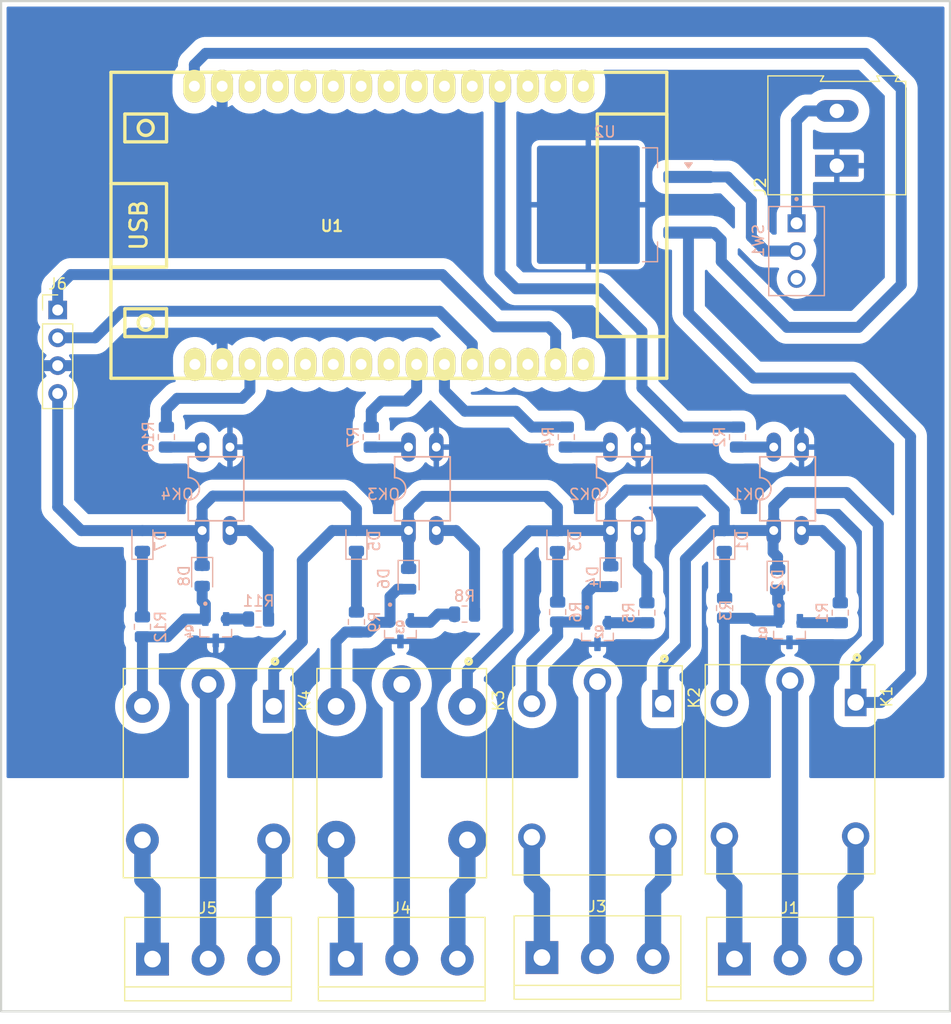
<source format=kicad_pcb>
(kicad_pcb (version 20241229) (generator "pcbnew") (generator_version "9.0")
  (layers (0 "F.Cu" signal) (2 "B.Cu" signal) (13 "F.Paste" user) (15 "B.Paste" user) (5 "F.SilkS" user "F.Silkscreen") (7 "B.SilkS" user "B.Silkscreen") (1 "F.Mask" user) (3 "B.Mask" user) (25 "Edge.Cuts" user))
  (net 0 "")
  (net 1 "+5V")
  (net 2 "COM")
  (net 3 "NO")
  (net 4 "NC")
  (net 5 "Net-(OK1-Pad1)")
  (net 6 "Net-(OK1-Pad3)")
  (net 7 "Net-(Q1-B)")
  (net 8 "Net-(D1-K)")
  (net 9 "GND")
  (net 10 "INPUT")
  (net 11 "Net-(D2-A)")
  (net 12 "Net-(D7-K)")
  (net 13 "Net-(D8-A)")
  (net 14 "Net-(SW1A-B)")
  (net 15 "Net-(J2-Pin_2)")
  (net 16 "Net-(D3-K)")
  (net 17 "Net-(D4-A)")
  (net 18 "Net-(OK2-Pad3)")
  (net 19 "Net-(OK2-Pad1)")
  (net 20 "Net-(Q2-B)")
  (net 21 "NC1")
  (net 22 "NO1")
  (net 23 "COM1")
  (net 24 "INPUT1")
  (net 25 "Net-(D5-K)")
  (net 26 "Net-(D6-A)")
  (net 27 "COM2")
  (net 28 "NC2")
  (net 29 "NO2")
  (net 30 "Net-(OK3-Pad1)")
  (net 31 "INPUT2")
  (net 32 "Net-(Q3-B)")
  (net 33 "Net-(OK3-Pad3)")
  (net 34 "NO3")
  (net 35 "NC3")
  (net 36 "COM3")
  (net 37 "Net-(OK4-Pad1)")
  (net 38 "INPUT3")
  (net 39 "Net-(OK4-Pad3)")
  (net 40 "Net-(Q4-B)")
  (net 41 "+3.3V")
  (net 62 "D22")
  (net 63 "D21")
  (footprint "Connector_PinHeader_2.54mm:PinHeader_1x04_P2.54mm_Vertical" (layer "F.Cu") (at 11.4 57.935)
    (property "Reference" "J6" (at 0 -2.38 0) (layer "F.SilkS"))
    (property "Value" "Conn_01x04")
    (pad "1" thru_hole rect (at 0 0) (size 1.7 1.7) (drill 1) (layers "*.Cu" "*.Mask") (net 62 "D22"))
    (pad "2" thru_hole circle (at 0 2.54) (size 1.7 1.7) (drill 1) (layers "*.Cu" "*.Mask") (net 63 "D21"))
    (pad "3" thru_hole circle (at 0 5.08) (size 1.7 1.7) (drill 1) (layers "*.Cu" "*.Mask") (net 9 "GND"))
    (pad "4" thru_hole circle (at 0 7.62) (size 1.7 1.7) (drill 1) (layers "*.Cu" "*.Mask") (net 1 "+5V"))
  )
  (footprint "TerminalBlock:TerminalBlock_bornier-3_P5.08mm" (layer "F.Cu") (at 37.765 117.2)
    (property "Reference" "J4" (at 5.05 -4.65 0) (layer "F.SilkS"))
    (property "Value" "Screw_Terminal_01x03")
    (pad "1" thru_hole rect (at 0 0) (size 3 3) (drill 1.52) (layers "*.Cu" "*.Mask") (net 29 "NO2"))
    (pad "2" thru_hole circle (at 5.08 0) (size 3 3) (drill 1.52) (layers "*.Cu" "*.Mask") (net 27 "COM2"))
    (pad "3" thru_hole circle (at 10.16 0) (size 3 3) (drill 1.52) (layers "*.Cu" "*.Mask") (net 28 "NC2"))
  )
  (footprint "SRD-05VDC-SL-C:RELAY_SRD-05VDC-SL-C" (layer "F.Cu") (at 60.735 99.97 -90)
    (property "Reference" "K2" (at -6.62563 -8.83584 90) (layer "F.SilkS") (effects (font (size 1.000094 1.000094))))
    (property "Value" "SRD-05VDC-SL-C")
    (pad "A1" thru_hole rect (at -6.1 -6 270) (size 2.5 1.98) (drill 1.5) (layers "*.Cu" "*.Mask") (net 1 "+5V"))
    (pad "A2" thru_hole circle (at -6.1 6 270) (size 2.5 2.5) (drill 1.5) (layers "*.Cu" "*.Mask") (net 17 "Net-(D4-A)"))
    (pad "COM" thru_hole circle (at -8.1 0 270) (size 2.5 2.5) (drill 1.5) (layers "*.Cu" "*.Mask") (net 23 "COM1"))
    (pad "NC" thru_hole circle (at 6.1 -6 270) (size 2.5 2.5) (drill 1.5) (layers "*.Cu" "*.Mask") (net 21 "NC1"))
    (pad "NO" thru_hole circle (at 6.1 6 270) (size 2.5 2.5) (drill 1.5) (layers "*.Cu" "*.Mask") (net 22 "NO1"))
  )
  (footprint "RELAY:RELAY_SRD-05VDC-SL-C" (layer "F.Cu") (at 42.845 100.2225 -90)
    (property "Reference" "K3" (at -6.62563 -8.83584 90) (layer "F.SilkS") (effects (font (size 1.000094 1.000094))))
    (property "Value" "SRD-05VDC-SL-C")
    (pad "A1" thru_hole circle (at -6.1 -6 270) (size 3.5 3.5) (drill 1.52) (layers "*.Cu" "*.Mask") (net 1 "+5V"))
    (pad "A2" thru_hole circle (at -6.1 6 270) (size 3.5 3.5) (drill 1.52) (layers "*.Cu" "*.Mask") (net 26 "Net-(D6-A)"))
    (pad "COM" thru_hole circle (at -8.1 0 270) (size 3.5 3.5) (drill 1.52) (layers "*.Cu" "*.Mask") (net 27 "COM2"))
    (pad "NC" thru_hole circle (at 6.1 -6 270) (size 3.5 3.5) (drill 1.52) (layers "*.Cu" "*.Mask") (net 28 "NC2"))
    (pad "NO" thru_hole circle (at 6.1 6 270) (size 3.5 3.5) (drill 1.52) (layers "*.Cu" "*.Mask") (net 29 "NO2"))
  )
  (footprint "SRD-05VDC-SL-C:RELAY_SRD-05VDC-SL-C" (layer "F.Cu") (at 78.335 99.86875 -90)
    (property "Reference" "K1" (at -6.62563 -8.83584 90) (layer "F.SilkS") (effects (font (size 1.000094 1.000094))))
    (property "Value" "SRD-05VDC-SL-C")
    (pad "A1" thru_hole rect (at -6.1 -6 270) (size 2.5 1.98) (drill 1.5) (layers "*.Cu" "*.Mask") (net 1 "+5V"))
    (pad "A2" thru_hole circle (at -6.1 6 270) (size 2.5 2.5) (drill 1.5) (layers "*.Cu" "*.Mask") (net 11 "Net-(D2-A)"))
    (pad "COM" thru_hole circle (at -8.1 0 270) (size 2.5 2.5) (drill 1.5) (layers "*.Cu" "*.Mask") (net 2 "COM"))
    (pad "NC" thru_hole circle (at 6.1 -6 270) (size 2.5 2.5) (drill 1.5) (layers "*.Cu" "*.Mask") (net 4 "NC"))
    (pad "NO" thru_hole circle (at 6.1 6 270) (size 2.5 2.5) (drill 1.5) (layers "*.Cu" "*.Mask") (net 3 "NO"))
  )
  (footprint "TerminalBlock:TerminalBlock_bornier-3_P5.08mm" (layer "F.Cu") (at 20.065 117.2)
    (property "Reference" "J5" (at 5.05 -4.65 0) (layer "F.SilkS"))
    (property "Value" "Screw_Terminal_01x03")
    (pad "1" thru_hole rect (at 0 0) (size 3 3) (drill 1.52) (layers "*.Cu" "*.Mask") (net 34 "NO3"))
    (pad "2" thru_hole circle (at 5.08 0) (size 3 3) (drill 1.52) (layers "*.Cu" "*.Mask") (net 36 "COM3"))
    (pad "3" thru_hole circle (at 10.16 0) (size 3 3) (drill 1.52) (layers "*.Cu" "*.Mask") (net 35 "NC3"))
  )
  (footprint "EESTN5:ESP32_DevKit_V1_CH9102X" (layer "F.Cu") (at 42.94 50.2 180)
    (property "Reference" "U1" (at 6.477 -0.0635 0) (layer "F.SilkS") (effects (font (size 1.016 1.016) (thickness 0.2032))))
    (property "Value" "~" (hide yes))
    (fp_text user "USB" (at 24.13 0 90) (layer "F.SilkS") (effects (font (size 1.524 1.524) (thickness 0.254))))
    (pad "1" thru_hole oval (at -16.51 12.7 180) (size 2 3) (drill 1) (layers "*.Cu" "*.Mask" "F.SilkS"))
    (pad "2" thru_hole oval (at -13.97 12.7 180) (size 2 3) (drill 1) (layers "*.Cu" "*.Mask" "F.SilkS"))
    (pad "3" thru_hole oval (at -11.43 12.7 180) (size 2 3) (drill 1) (layers "*.Cu" "*.Mask" "F.SilkS"))
    (pad "4" thru_hole oval (at -8.89 12.7 180) (size 2 3) (drill 1) (layers "*.Cu" "*.Mask" "F.SilkS") (net 10 "INPUT"))
    (pad "5" thru_hole oval (at -6.35 12.7 180) (size 2 3) (drill 1) (layers "*.Cu" "*.Mask" "F.SilkS"))
    (pad "6" thru_hole oval (at -3.81 12.7 180) (size 2 3) (drill 1) (layers "*.Cu" "*.Mask" "F.SilkS"))
    (pad "7" thru_hole oval (at -1.27 12.7 180) (size 2 3) (drill 1) (layers "*.Cu" "*.Mask" "F.SilkS"))
    (pad "8" thru_hole oval (at 1.27 12.7 180) (size 2 3) (drill 1) (layers "*.Cu" "*.Mask" "F.SilkS"))
    (pad "9" thru_hole oval (at 3.81 12.7 180) (size 2 3) (drill 1) (layers "*.Cu" "*.Mask" "F.SilkS"))
    (pad "10" thru_hole oval (at 6.35 12.7 180) (size 2 3) (drill 1) (layers "*.Cu" "*.Mask" "F.SilkS"))
    (pad "11" thru_hole oval (at 8.89 12.7 180) (size 2 3) (drill 1) (layers "*.Cu" "*.Mask" "F.SilkS"))
    (pad "12" thru_hole oval (at 11.43 12.7 180) (size 2 3) (drill 1) (layers "*.Cu" "*.Mask" "F.SilkS"))
    (pad "13" thru_hole oval (at 13.97 12.7 180) (size 2 3) (drill 1) (layers "*.Cu" "*.Mask" "F.SilkS"))
    (pad "14" thru_hole oval (at 16.51 12.7 180) (size 2 3) (drill 1) (layers "*.Cu" "*.Mask" "F.SilkS") (net 9 "GND"))
    (pad "15" thru_hole oval (at 19.05 12.7 180) (size 2 3) (drill 1) (layers "*.Cu" "*.Mask" "F.SilkS") (net 1 "+5V"))
    (pad "16" thru_hole oval (at -16.5 -12.7 180) (size 2 3) (drill 1) (layers "*.Cu" "*.Mask" "F.SilkS"))
    (pad "17" thru_hole oval (at -13.97 -12.7 180) (size 2 3) (drill 1) (layers "*.Cu" "*.Mask" "F.SilkS") (net 62 "D22"))
    (pad "18" thru_hole oval (at -11.43 -12.7 180) (size 2 3) (drill 1) (layers "*.Cu" "*.Mask" "F.SilkS"))
    (pad "19" thru_hole oval (at -8.89 -12.7 180) (size 2 3) (drill 1) (layers "*.Cu" "*.Mask" "F.SilkS"))
    (pad "20" thru_hole oval (at -6.35 -12.7 180) (size 2 3) (drill 1) (layers "*.Cu" "*.Mask" "F.SilkS") (net 63 "D21"))
    (pad "21" thru_hole oval (at -3.81 -12.7 180) (size 2 3) (drill 1) (layers "*.Cu" "*.Mask" "F.SilkS") (net 24 "INPUT1"))
    (pad "22" thru_hole oval (at -1.27 -12.7 180) (size 2 3) (drill 1) (layers "*.Cu" "*.Mask" "F.SilkS") (net 31 "INPUT2"))
    (pad "23" thru_hole oval (at 1.27 -12.7 180) (size 2 3) (drill 1) (layers "*.Cu" "*.Mask" "F.SilkS"))
    (pad "24" thru_hole oval (at 3.81 -12.7 180) (size 2 3) (drill 1) (layers "*.Cu" "*.Mask" "F.SilkS"))
    (pad "25" thru_hole oval (at 6.35 -12.7 180) (size 2 3) (drill 1) (layers "*.Cu" "*.Mask" "F.SilkS"))
    (pad "26" thru_hole oval (at 8.89 -12.7 180) (size 2 3) (drill 1) (layers "*.Cu" "*.Mask" "F.SilkS"))
    (pad "27" thru_hole oval (at 11.43 -12.7 180) (size 2 3) (drill 1) (layers "*.Cu" "*.Mask" "F.SilkS"))
    (pad "28" thru_hole oval (at 13.97 -12.7 180) (size 2 3) (drill 1) (layers "*.Cu" "*.Mask" "F.SilkS") (net 38 "INPUT3"))
    (pad "29" thru_hole oval (at 16.51 -12.7 180) (size 2 3) (drill 1) (layers "*.Cu" "*.Mask" "F.SilkS") (net 9 "GND"))
    (pad "30" thru_hole oval (at 19 -12.7 180) (size 2 3) (drill 1) (layers "*.Cu" "*.Mask" "F.SilkS") (net 41 "+3.3V"))
  )
  (footprint "TerminalBlock:TerminalBlock_bornier-3_P5.08mm" (layer "F.Cu") (at 73.255 117.19)
    (property "Reference" "J1" (at 5.05 -4.65 0) (layer "F.SilkS"))
    (property "Value" "Screw_Terminal_01x03")
    (pad "1" thru_hole rect (at 0 0) (size 3 3) (drill 1.52) (layers "*.Cu" "*.Mask") (net 3 "NO"))
    (pad "2" thru_hole circle (at 5.08 0) (size 3 3) (drill 1.52) (layers "*.Cu" "*.Mask") (net 2 "COM"))
    (pad "3" thru_hole circle (at 10.16 0) (size 3 3) (drill 1.52) (layers "*.Cu" "*.Mask") (net 4 "NC"))
  )
  (footprint "RELAY_SRD-05VDC-SL-C:RELAY_SRD-05VDC-SL-C" (layer "F.Cu") (at 25.145 100.2225 -90)
    (property "Reference" "K4" (at -6.62563 -8.83584 90) (layer "F.SilkS") (effects (font (size 1.000094 1.000094))))
    (property "Value" "SRD-05VDC-SL-C")
    (pad "A1" thru_hole rect (at -6.1 -6 270) (size 3 1.98) (drill 1.52) (layers "*.Cu" "*.Mask") (net 1 "+5V"))
    (pad "A2" thru_hole circle (at -6.1 6 270) (size 3 3) (drill 1.52) (layers "*.Cu" "*.Mask") (net 13 "Net-(D8-A)"))
    (pad "COM" thru_hole circle (at -8.1 0 270) (size 3 3) (drill 1.52) (layers "*.Cu" "*.Mask") (net 36 "COM3"))
    (pad "NC" thru_hole circle (at 6.1 -6 270) (size 3 3) (drill 1.52) (layers "*.Cu" "*.Mask") (net 35 "NC3"))
    (pad "NO" thru_hole circle (at 6.1 6 270) (size 3 3) (drill 1.52) (layers "*.Cu" "*.Mask") (net 34 "NO3"))
  )
  (footprint "TerminalBlock:TerminalBlock_bornier-3_P5.08mm" (layer "F.Cu") (at 55.655 117.06)
    (property "Reference" "J3" (at 5.05 -4.65 0) (layer "F.SilkS"))
    (property "Value" "Screw_Terminal_01x03")
    (pad "1" thru_hole rect (at 0 0) (size 3 3) (drill 1.52) (layers "*.Cu" "*.Mask") (net 22 "NO1"))
    (pad "2" thru_hole circle (at 5.08 0) (size 3 3) (drill 1.52) (layers "*.Cu" "*.Mask") (net 23 "COM1"))
    (pad "3" thru_hole circle (at 10.16 0) (size 3 3) (drill 1.52) (layers "*.Cu" "*.Mask") (net 21 "NC1"))
  )
  (footprint "TerminalBlock:TerminalBlock_Altech_AK300-2_P5.00mm" (layer "F.Cu") (at 82.61 44.76 90)
    (property "Reference" "J2" (at -1.92 -6.99 90) (layer "F.SilkS"))
    (property "Value" "ENTRADA")
    (pad "1" thru_hole rect (at 0 0 90) (size 1.98 3.96) (drill 1.32) (layers "*.Cu" "*.Mask") (net 9 "GND"))
    (pad "2" thru_hole oval (at 5 0 90) (size 1.98 3.96) (drill 1.32) (layers "*.Cu" "*.Mask") (net 15 "Net-(J2-Pin_2)"))
  )
  (footprint "LED_SMD:LED_0805_2012Metric" (layer "B.Cu") (at 57.075 79.03 90)
    (property "Reference" "D3" (at 0 1.65 90) (layer "B.SilkS") (effects (justify mirror)))
    (property "Value" "LED")
    (pad "1" smd roundrect (at -0.9375 0 90) (size 0.975 1.4) (layers "B.Cu" "B.Mask" "B.Paste") (net 16 "Net-(D3-K)"))
    (pad "2" smd roundrect (at 0.9375 0 90) (size 0.975 1.4) (layers "B.Cu" "B.Mask" "B.Paste") (net 1 "+5V"))
  )
  (footprint "Resistor_SMD:R_0805_2012Metric" (layer "B.Cu") (at 65.245 85.5775 -90)
    (property "Reference" "R5" (at 0 1.65 90) (layer "B.SilkS") (effects (justify mirror)))
    (property "Value" "1K")
    (pad "1" smd roundrect (at -0.9125 0 270) (size 1.025 1.4) (layers "B.Cu" "B.Mask" "B.Paste") (roundrect_rratio 0.243902) (net 18 "Net-(OK2-Pad3)"))
    (pad "2" smd roundrect (at 0.9125 0 270) (size 1.025 1.4) (layers "B.Cu" "B.Mask" "B.Paste") (roundrect_rratio 0.243902) (net 20 "Net-(Q2-B)"))
  )
  (footprint "DIL04:DIL04" (layer "B.Cu") (at 44.735 74.26)
    (property "Reference" "OK3" (at -3.55644 0.50807 0) (layer "B.SilkS") (effects (font (size 1.000126 1.000126)) (justify mirror)))
    (property "Value" "PC814")
    (pad "1" thru_hole oval (at -1.27 -3.81) (size 1.3208 2.6416) (drill 0.8128) (layers "*.Cu" "*.Mask") (net 30 "Net-(OK3-Pad1)"))
    (pad "2" thru_hole oval (at 1.27 -3.81) (size 1.3208 2.6416) (drill 0.8128) (layers "*.Cu" "*.Mask") (net 9 "GND"))
    (pad "3" thru_hole oval (at 1.27 3.81) (size 1.3208 2.6416) (drill 0.8128) (layers "*.Cu" "*.Mask") (net 33 "Net-(OK3-Pad3)"))
    (pad "4" thru_hole oval (at -1.27 3.81) (size 1.3208 2.6416) (drill 0.8128) (layers "*.Cu" "*.Mask") (net 1 "+5V"))
  )
  (footprint "Package_TO_SOT_SMD:TO-263-2" (layer "B.Cu") (at 61.4 48.325 180)
    (property "Reference" "U2" (at 0 6.65 0) (layer "B.SilkS") (effects (justify mirror)))
    (property "Value" "L7805")
    (pad "1" smd roundrect (at -7.65 2.54 180) (size 4.6 1.1) (layers "B.Cu" "B.Mask" "B.Paste") (roundrect_rratio 0.227273) (net 14 "Net-(SW1A-B)"))
    (pad "2" smd roundrect (at 1.5 0 180) (size 9.4 10.8) (layers "B.Cu" "B.Mask") (roundrect_rratio 0.026596) (net 9 "GND"))
    (pad "3" smd roundrect (at -7.65 -2.54 180) (size 4.6 1.1) (layers "B.Cu" "B.Mask" "B.Paste") (roundrect_rratio 0.227273) (net 1 "+5V"))
  )
  (footprint "Resistor_SMD:R_0805_2012Metric" (layer "B.Cu") (at 73.535 69.5375 -90)
    (property "Reference" "R2" (at 0 1.65 90) (layer "B.SilkS") (effects (justify mirror)))
    (property "Value" "220R")
    (pad "1" smd roundrect (at -0.9125 0 270) (size 1.025 1.4) (layers "B.Cu" "B.Mask" "B.Paste") (roundrect_rratio 0.243902) (net 10 "INPUT"))
    (pad "2" smd roundrect (at 0.9125 0 270) (size 1.025 1.4) (layers "B.Cu" "B.Mask" "B.Paste") (roundrect_rratio 0.243902) (net 5 "Net-(OK1-Pad1)"))
  )
  (footprint "Resistor_SMD:R_0805_2012Metric" (layer "B.Cu") (at 19.145 86.8625 90)
    (property "Reference" "R12" (at 0 1.65 90) (layer "B.SilkS") (effects (justify mirror)))
    (property "Value" "220R")
    (pad "1" smd roundrect (at -0.9125 0 90) (size 1.025 1.4) (layers "B.Cu" "B.Mask" "B.Paste") (roundrect_rratio 0.243902) (net 13 "Net-(D8-A)"))
    (pad "2" smd roundrect (at 0.9125 0 90) (size 1.025 1.4) (layers "B.Cu" "B.Mask" "B.Paste") (roundrect_rratio 0.243902) (net 12 "Net-(D7-K)"))
  )
  (footprint "DIL04:DIL04" (layer "B.Cu") (at 25.875 74.26)
    (property "Reference" "OK4" (at -3.55644 0.50807 0) (layer "B.SilkS") (effects (font (size 1.000126 1.000126)) (justify mirror)))
    (property "Value" "PC814")
    (pad "1" thru_hole oval (at -1.27 -3.81) (size 1.3208 2.6416) (drill 0.8128) (layers "*.Cu" "*.Mask") (net 37 "Net-(OK4-Pad1)"))
    (pad "2" thru_hole oval (at 1.27 -3.81) (size 1.3208 2.6416) (drill 0.8128) (layers "*.Cu" "*.Mask") (net 9 "GND"))
    (pad "3" thru_hole oval (at 1.27 3.81) (size 1.3208 2.6416) (drill 0.8128) (layers "*.Cu" "*.Mask") (net 39 "Net-(OK4-Pad3)"))
    (pad "4" thru_hole oval (at -1.27 3.81) (size 1.3208 2.6416) (drill 0.8128) (layers "*.Cu" "*.Mask") (net 1 "+5V"))
  )
  (footprint "PC814:DIL04" (layer "B.Cu") (at 63.19 74.26)
    (property "Reference" "OK2" (at -3.55644 0.50807 0) (layer "B.SilkS") (effects (font (size 1.000126 1.000126)) (justify mirror)))
    (property "Value" "PC814")
    (pad "1" thru_hole oval (at -1.27 -3.81) (size 1.3208 2.6416) (drill 0.8128) (layers "*.Cu" "*.Mask") (net 19 "Net-(OK2-Pad1)"))
    (pad "2" thru_hole oval (at 1.27 -3.81) (size 1.3208 2.6416) (drill 0.8128) (layers "*.Cu" "*.Mask") (net 9 "GND"))
    (pad "3" thru_hole oval (at 1.27 3.81) (size 1.3208 2.6416) (drill 0.8128) (layers "*.Cu" "*.Mask") (net 18 "Net-(OK2-Pad3)"))
    (pad "4" thru_hole oval (at -1.27 3.81) (size 1.3208 2.6416) (drill 0.8128) (layers "*.Cu" "*.Mask") (net 1 "+5V"))
  )
  (footprint "Resistor_SMD:R_0805_2012Metric" (layer "B.Cu") (at 29.7575 86.15 180)
    (property "Reference" "R11" (at 0 1.65 0) (layer "B.SilkS") (effects (justify mirror)))
    (property "Value" "1K")
    (pad "1" smd roundrect (at -0.9125 0 180) (size 1.025 1.4) (layers "B.Cu" "B.Mask" "B.Paste") (roundrect_rratio 0.243902) (net 39 "Net-(OK4-Pad3)"))
    (pad "2" smd roundrect (at 0.9125 0 180) (size 1.025 1.4) (layers "B.Cu" "B.Mask" "B.Paste") (roundrect_rratio 0.243902) (net 40 "Net-(Q4-B)"))
  )
  (footprint "BC547:SOT95P230X110-3N" (layer "B.Cu") (at 42.725 87.22 -90)
    (property "Reference" "Q3" (at -0.3475 0 90) (layer "B.SilkS") (effects (font (size 0.64 0.64)) (justify mirror)))
    (property "Value" "BC547")
    (pad "1" smd roundrect (at -0.98 0.95 270) (size 1.26 0.59) (layers "B.Cu" "B.Mask" "B.Paste") (roundrect_rratio 0.125) (net 26 "Net-(D6-A)"))
    (pad "2" smd roundrect (at -0.98 -0.95 270) (size 1.26 0.59) (layers "B.Cu" "B.Mask" "B.Paste") (roundrect_rratio 0.125) (net 32 "Net-(Q3-B)"))
    (pad "3" smd roundrect (at 0.98 0 270) (size 1.26 0.59) (layers "B.Cu" "B.Mask" "B.Paste") (roundrect_rratio 0.125) (net 9 "GND"))
  )
  (footprint "BC547:SOT95P230X110-3N" (layer "B.Cu") (at 25.845 87.13 -90)
    (property "Reference" "Q4" (at 0.172 2.4064 90) (layer "B.SilkS") (effects (font (size 0.64 0.64)) (justify mirror)))
    (property "Value" "BC547")
    (pad "1" smd roundrect (at -0.98 0.95 270) (size 1.26 0.59) (layers "B.Cu" "B.Mask" "B.Paste") (roundrect_rratio 0.125) (net 13 "Net-(D8-A)"))
    (pad "2" smd roundrect (at -0.98 -0.95 270) (size 1.26 0.59) (layers "B.Cu" "B.Mask" "B.Paste") (roundrect_rratio 0.125) (net 40 "Net-(Q4-B)"))
    (pad "3" smd roundrect (at 0.98 0 270) (size 1.26 0.59) (layers "B.Cu" "B.Mask" "B.Paste") (roundrect_rratio 0.125) (net 9 "GND"))
  )
  (footprint "BC547:SOT95P230X110-3N" (layer "B.Cu") (at 60.735 87.47 -90)
    (property "Reference" "Q2" (at -0.1475 -0.175 90) (layer "B.SilkS") (effects (font (size 0.64 0.64)) (justify mirror)))
    (property "Value" "BC547")
    (pad "1" smd roundrect (at -0.98 0.95 270) (size 1.26 0.59) (layers "B.Cu" "B.Mask" "B.Paste") (roundrect_rratio 0.125) (net 17 "Net-(D4-A)"))
    (pad "2" smd roundrect (at -0.98 -0.95 270) (size 1.26 0.59) (layers "B.Cu" "B.Mask" "B.Paste") (roundrect_rratio 0.125) (net 20 "Net-(Q2-B)"))
    (pad "3" smd roundrect (at 0.98 0 270) (size 1.26 0.59) (layers "B.Cu" "B.Mask" "B.Paste") (roundrect_rratio 0.125) (net 9 "GND"))
  )
  (footprint "Resistor_SMD:R_0805_2012Metric" (layer "B.Cu") (at 82.925 85.5725 -90)
    (property "Reference" "R1" (at 0 1.65 90) (layer "B.SilkS") (effects (justify mirror)))
    (property "Value" "1K")
    (pad "1" smd roundrect (at -0.9125 0 270) (size 1.025 1.4) (layers "B.Cu" "B.Mask" "B.Paste") (roundrect_rratio 0.243902) (net 6 "Net-(OK1-Pad3)"))
    (pad "2" smd roundrect (at 0.9125 0 270) (size 1.025 1.4) (layers "B.Cu" "B.Mask" "B.Paste") (roundrect_rratio 0.243902) (net 7 "Net-(Q1-B)"))
  )
  (footprint "Resistor_SMD:R_0805_2012Metric" (layer "B.Cu") (at 38.705 86.4225 90)
    (property "Reference" "R9" (at 0 1.65 90) (layer "B.SilkS") (effects (justify mirror)))
    (property "Value" "220R")
    (pad "1" smd roundrect (at -0.9125 0 90) (size 1.025 1.4) (layers "B.Cu" "B.Mask" "B.Paste") (roundrect_rratio 0.243902) (net 26 "Net-(D6-A)"))
    (pad "2" smd roundrect (at 0.9125 0 90) (size 1.025 1.4) (layers "B.Cu" "B.Mask" "B.Paste") (roundrect_rratio 0.243902) (net 25 "Net-(D5-K)"))
  )
  (footprint "Resistor_SMD:R_0805_2012Metric" (layer "B.Cu") (at 40.06 69.5375 -90)
    (property "Reference" "R7" (at 0 1.65 90) (layer "B.SilkS") (effects (justify mirror)))
    (property "Value" "220R")
    (pad "1" smd roundrect (at -0.9125 0 270) (size 1.025 1.4) (layers "B.Cu" "B.Mask" "B.Paste") (roundrect_rratio 0.243902) (net 31 "INPUT2"))
    (pad "2" smd roundrect (at 0.9125 0 270) (size 1.025 1.4) (layers "B.Cu" "B.Mask" "B.Paste") (roundrect_rratio 0.243902) (net 30 "Net-(OK3-Pad1)"))
  )
  (footprint "LED_SMD:LED_0805_2012Metric" (layer "B.Cu") (at 19.145 79.0125 90)
    (property "Reference" "D7" (at 0 1.65 90) (layer "B.SilkS") (effects (justify mirror)))
    (property "Value" "LED")
    (pad "1" smd roundrect (at -0.9375 0 90) (size 0.975 1.4) (layers "B.Cu" "B.Mask" "B.Paste") (net 12 "Net-(D7-K)"))
    (pad "2" smd roundrect (at 0.9375 0 90) (size 0.975 1.4) (layers "B.Cu" "B.Mask" "B.Paste") (net 1 "+5V"))
  )
  (footprint "Diode_SMD:D_0805_2012Metric" (layer "B.Cu") (at 43.475 82.4875 -90)
    (property "Reference" "D6" (at -0.025 2.28 90) (layer "B.SilkS") (effects (justify mirror)))
    (property "Value" "1N4007")
    (pad "1" smd roundrect (at -0.9375 0 270) (size 0.975 1.4) (layers "B.Cu" "B.Mask" "B.Paste") (net 1 "+5V"))
    (pad "2" smd roundrect (at 0.9375 0 270) (size 0.975 1.4) (layers "B.Cu" "B.Mask" "B.Paste") (net 26 "Net-(D6-A)"))
  )
  (footprint "Diode_SMD:D_0805_2012Metric" (layer "B.Cu") (at 77.205 82.56 -90)
    (property "Reference" "D2" (at -0.02 0 90) (layer "B.SilkS") (effects (justify mirror)))
    (property "Value" "1N4007")
    (pad "1" smd roundrect (at -0.9375 0 270) (size 0.975 1.4) (layers "B.Cu" "B.Mask" "B.Paste") (net 1 "+5V"))
    (pad "2" smd roundrect (at 0.9375 0 270) (size 0.975 1.4) (layers "B.Cu" "B.Mask" "B.Paste") (net 11 "Net-(D2-A)"))
  )
  (footprint "LED_SMD:LED_0805_2012Metric" (layer "B.Cu") (at 38.705 79.0075 90)
    (property "Reference" "D5" (at 0 1.65 90) (layer "B.SilkS") (effects (justify mirror)))
    (property "Value" "LED")
    (pad "1" smd roundrect (at -0.9375 0 90) (size 0.975 1.4) (layers "B.Cu" "B.Mask" "B.Paste") (net 25 "Net-(D5-K)"))
    (pad "2" smd roundrect (at 0.9375 0 90) (size 0.975 1.4) (layers "B.Cu" "B.Mask" "B.Paste") (net 1 "+5V"))
  )
  (footprint "LED_SMD:LED_0805_2012Metric" (layer "B.Cu") (at 72.325 79.02 90)
    (property "Reference" "D1" (at 0 1.65 90) (layer "B.SilkS") (effects (justify mirror)))
    (property "Value" "LED")
    (pad "1" smd roundrect (at -0.9375 0 90) (size 0.975 1.4) (layers "B.Cu" "B.Mask" "B.Paste") (net 8 "Net-(D1-K)"))
    (pad "2" smd roundrect (at 0.9375 0 90) (size 0.975 1.4) (layers "B.Cu" "B.Mask" "B.Paste") (net 1 "+5V"))
  )
  (footprint "Resistor_SMD:R_0805_2012Metric" (layer "B.Cu") (at 21.335 69.5375 -90)
    (property "Reference" "R10" (at 0 1.65 90) (layer "B.SilkS") (effects (justify mirror)))
    (property "Value" "220R")
    (pad "1" smd roundrect (at -0.9125 0 270) (size 1.025 1.4) (layers "B.Cu" "B.Mask" "B.Paste") (roundrect_rratio 0.243902) (net 38 "INPUT3"))
    (pad "2" smd roundrect (at 0.9125 0 270) (size 1.025 1.4) (layers "B.Cu" "B.Mask" "B.Paste") (roundrect_rratio 0.243902) (net 37 "Net-(OK4-Pad1)"))
  )
  (footprint "Resistor_SMD:R_0805_2012Metric" (layer "B.Cu") (at 72.355 85.1525 90)
    (property "Reference" "R3" (at -0.2075 0.11 90) (layer "B.SilkS") (effects (justify mirror)))
    (property "Value" "220R")
    (pad "1" smd roundrect (at -0.9125 0 90) (size 1.025 1.4) (layers "B.Cu" "B.Mask" "B.Paste") (roundrect_rratio 0.243902) (net 11 "Net-(D2-A)"))
    (pad "2" smd roundrect (at 0.9125 0 90) (size 1.025 1.4) (layers "B.Cu" "B.Mask" "B.Paste") (roundrect_rratio 0.243902) (net 8 "Net-(D1-K)"))
  )
  (footprint "Diode_SMD:D_0805_2012Metric" (layer "B.Cu") (at 24.605 82.2125 -90)
    (property "Reference" "D8" (at 0 1.65 90) (layer "B.SilkS") (effects (justify mirror)))
    (property "Value" "1N4007")
    (pad "1" smd roundrect (at -0.9375 0 270) (size 0.975 1.4) (layers "B.Cu" "B.Mask" "B.Paste") (net 1 "+5V"))
    (pad "2" smd roundrect (at 0.9375 0 270) (size 0.975 1.4) (layers "B.Cu" "B.Mask" "B.Paste") (net 13 "Net-(D8-A)"))
  )
  (footprint "Diode_SMD:D_0805_2012Metric" (layer "B.Cu") (at 61.945 82.2575 -90)
    (property "Reference" "D4" (at 0 1.65 90) (layer "B.SilkS") (effects (justify mirror)))
    (property "Value" "1N4007")
    (pad "1" smd roundrect (at -0.9375 0 270) (size 0.975 1.4) (layers "B.Cu" "B.Mask" "B.Paste") (net 1 "+5V"))
    (pad "2" smd roundrect (at 0.9375 0 270) (size 0.975 1.4) (layers "B.Cu" "B.Mask" "B.Paste") (net 17 "Net-(D4-A)"))
  )
  (footprint "Resistor_SMD:R_0805_2012Metric" (layer "B.Cu") (at 57.885 69.5375 -90)
    (property "Reference" "R4" (at 0 1.65 90) (layer "B.SilkS") (effects (justify mirror)))
    (property "Value" "220R")
    (pad "1" smd roundrect (at -0.9125 0 270) (size 1.025 1.4) (layers "B.Cu" "B.Mask" "B.Paste") (roundrect_rratio 0.243902) (net 24 "INPUT1"))
    (pad "2" smd roundrect (at 0.9125 0 270) (size 1.025 1.4) (layers "B.Cu" "B.Mask" "B.Paste") (roundrect_rratio 0.243902) (net 19 "Net-(OK2-Pad1)"))
  )
  (footprint "BC547:SOT95P230X110-3N" (layer "B.Cu") (at 78.285 87.2975 -90)
    (property "Reference" "Q1" (at 0.172 2.4064 90) (layer "B.SilkS") (effects (font (size 0.64 0.64)) (justify mirror)))
    (property "Value" "BC547")
    (pad "1" smd roundrect (at -0.98 0.95 270) (size 1.26 0.59) (layers "B.Cu" "B.Mask" "B.Paste") (roundrect_rratio 0.125) (net 11 "Net-(D2-A)"))
    (pad "2" smd roundrect (at -0.98 -0.95 270) (size 1.26 0.59) (layers "B.Cu" "B.Mask" "B.Paste") (roundrect_rratio 0.125) (net 7 "Net-(Q1-B)"))
    (pad "3" smd roundrect (at 0.98 0 270) (size 1.26 0.59) (layers "B.Cu" "B.Mask" "B.Paste") (roundrect_rratio 0.125) (net 9 "GND"))
  )
  (footprint "PC814:DIL04" (layer "B.Cu") (at 78.115 74.26)
    (property "Reference" "OK1" (at -3.55644 0.50807 0) (layer "B.SilkS") (effects (font (size 1.000126 1.000126)) (justify mirror)))
    (property "Value" "PC814")
    (pad "1" thru_hole oval (at -1.27 -3.81) (size 1.3208 2.6416) (drill 0.8128) (layers "*.Cu" "*.Mask") (net 5 "Net-(OK1-Pad1)"))
    (pad "2" thru_hole oval (at 1.27 -3.81) (size 1.3208 2.6416) (drill 0.8128) (layers "*.Cu" "*.Mask") (net 9 "GND"))
    (pad "3" thru_hole oval (at 1.27 3.81) (size 1.3208 2.6416) (drill 0.8128) (layers "*.Cu" "*.Mask") (net 6 "Net-(OK1-Pad3)"))
    (pad "4" thru_hole oval (at -1.27 3.81) (size 1.3208 2.6416) (drill 0.8128) (layers "*.Cu" "*.Mask") (net 1 "+5V"))
  )
  (footprint "Resistor_SMD:R_0805_2012Metric" (layer "B.Cu") (at 57.095 85.5125 90)
    (property "Reference" "R6" (at 0 1.65 90) (layer "B.SilkS") (effects (justify mirror)))
    (property "Value" "220R")
    (pad "1" smd roundrect (at -0.9125 0 90) (size 1.025 1.4) (layers "B.Cu" "B.Mask" "B.Paste") (roundrect_rratio 0.243902) (net 17 "Net-(D4-A)"))
    (pad "2" smd roundrect (at 0.9125 0 90) (size 1.025 1.4) (layers "B.Cu" "B.Mask" "B.Paste") (roundrect_rratio 0.243902) (net 16 "Net-(D3-K)"))
  )
  (footprint "2MS1T1B1M2QES:SW_2MS1T1B1M2QES-5" (layer "B.Cu") (at 78.93 52.555 -90)
    (property "Reference" "SW1" (at -0.9525 3.4925 90) (layer "B.SilkS") (effects (justify mirror)))
    (property "Value" "SW_DPST_x2")
    (pad "1" thru_hole rect (at -2.54 0 270) (size 1.635 1.635) (drill 1.09) (layers "*.Cu" "*.Mask") (net 15 "Net-(J2-Pin_2)"))
    (pad "2" thru_hole circle (at 0 0 270) (size 1.635 1.635) (drill 1.09) (layers "*.Cu" "*.Mask") (net 14 "Net-(SW1A-B)"))
    (pad "3" thru_hole circle (at 2.54 0 270) (size 1.635 1.635) (drill 1.09) (layers "*.Cu" "*.Mask"))
  )
  (footprint "Resistor_SMD:R_0805_2012Metric" (layer "B.Cu") (at 48.5875 85.7 180)
    (property "Reference" "R8" (at 0 1.65 0) (layer "B.SilkS") (effects (justify mirror)))
    (property "Value" "1K")
    (pad "1" smd roundrect (at -0.9125 0 180) (size 1.025 1.4) (layers "B.Cu" "B.Mask" "B.Paste") (roundrect_rratio 0.243902) (net 33 "Net-(OK3-Pad3)"))
    (pad "2" smd roundrect (at 0.9125 0 180) (size 1.025 1.4) (layers "B.Cu" "B.Mask" "B.Paste") (roundrect_rratio 0.243902) (net 32 "Net-(Q3-B)"))
  )
  (gr_rect (start 6.2275 29.73) (end 92.95 121.97) (stroke (width 0.2)) (fill no) (layer "Edge.Cuts"))
  (segment (start 86.63125 93.76875) (end 89.35 91.05) (width 1) (layer "B.Cu") (net 1))
  (segment (start 48.845 94.1225) (end 48.845 90.865) (width 1) (layer "B.Cu") (net 1))
  (segment (start 61.92 75.83) (end 61.92 78.07) (width 1) (layer "B.Cu") (net 1))
  (segment (start 72.05 53.51) (end 72.05 51.55) (width 1) (layer "B.Cu") (net 1))
  (segment (start 24.6 78.075) (end 24.605 78.07) (width 1) (layer "B.Cu") (net 1))
  (segment (start 24.93 34.5) (end 85.25 34.5) (width 1) (layer "B.Cu") (net 1))
  (segment (start 77.195 81.6125) (end 77.205 81.6225) (width 1) (layer "B.Cu") (net 1))
  (segment (start 43.465 76.27) (end 43.465 78.07) (width 1) (layer "B.Cu") (net 1))
  (segment (start 75 64.15) (end 69.05 58.2) (width 1) (layer "B.Cu") (net 1))
  (segment (start 57.075 75.965) (end 56.06 74.95) (width 1) (layer "B.Cu") (net 1))
  (segment (start 88.5 55.61) (end 84.59 59.52) (width 1) (layer "B.Cu") (net 1))
  (segment (start 72.325 76.2) (end 70.5 74.375) (width 1) (layer "B.Cu") (net 1))
  (segment (start 44.785 74.95) (end 43.465 76.27) (width 1) (layer "B.Cu") (net 1))
  (segment (start 66.735 93.87) (end 66.735 90.565) (width 1) (layer "B.Cu") (net 1))
  (segment (start 23.89 37.5) (end 23.89 35.54) (width 1) (layer "B.Cu") (net 1))
  (segment (start 78.06 59.52) (end 72.05 53.51) (width 1) (layer "B.Cu") (net 1))
  (segment (start 11.4 65.555) (end 11.4 75.925) (width 1) (layer "B.Cu") (net 1))
  (segment (start 54.4925 78.0925) (end 57.075 78.0925) (width 1) (layer "B.Cu") (net 1))
  (segment (start 89.35 69.5) (end 84 64.15) (width 1) (layer "B.Cu") (net 1))
  (segment (start 11.4 75.925) (end 13.55 78.075) (width 1) (layer "B.Cu") (net 1))
  (segment (start 25.585 74.925) (end 37.535 74.925) (width 1) (layer "B.Cu") (net 1))
  (segment (start 19.145 78.075) (end 24.6 78.075) (width 1) (layer "B.Cu") (net 1))
  (segment (start 84 64.15) (end 75 64.15) (width 1) (layer "B.Cu") (net 1))
  (segment (start 31.145 90.815) (end 33.76 88.2) (width 1) (layer "B.Cu") (net 1))
  (segment (start 61.92 78.07) (end 61.92 81.295) (width 1) (layer "B.Cu") (net 1))
  (segment (start 83.5 74.6) (end 86.4 77.5) (width 1) (layer "B.Cu") (net 1))
  (segment (start 84.335 90.365) (end 84.335 93.76875) (width 1) (layer "B.Cu") (net 1))
  (segment (start 86.4 77.5) (end 86.4 88.3) (width 1) (layer "B.Cu") (net 1))
  (segment (start 77.195 80.47) (end 77.195 81.6125) (width 1) (layer "B.Cu") (net 1))
  (segment (start 76.845 78.07) (end 76.785 78.13) (width 1) (layer "B.Cu") (net 1))
  (segment (start 76.845 78.07) (end 73.175 78.07) (width 1) (layer "B.Cu") (net 1))
  (segment (start 84.335 93.76875) (end 86.63125 93.76875) (width 1) (layer "B.Cu") (net 1))
  (segment (start 43.465 78.07) (end 38.705 78.07) (width 1) (layer "B.Cu") (net 1))
  (segment (start 72.05 51.55) (end 71.365 50.865) (width 1) (layer "B.Cu") (net 1))
  (segment (start 48.845 90.865) (end 52.56 87.15) (width 1) (layer "B.Cu") (net 1))
  (segment (start 76.845 78.07) (end 76.845 75.855) (width 1) (layer "B.Cu") (net 1))
  (segment (start 71.365 50.865) (end 69.05 50.865) (width 1) (layer "B.Cu") (net 1))
  (segment (start 84.59 59.52) (end 78.06 59.52) (width 1) (layer "B.Cu") (net 1))
  (segment (start 61.92 78.07) (end 57.0975 78.07) (width 1) (layer "B.Cu") (net 1))
  (segment (start 43.465 78.07) (end 43.465 81.54) (width 1) (layer "B.Cu") (net 1))
  (segment (start 33.76 88.2) (end 33.76 80.8) (width 1) (layer "B.Cu") (net 1))
  (segment (start 38.705 78.07) (end 38.705 76.095) (width 1) (layer "B.Cu") (net 1))
  (segment (start 56.06 74.95) (end 44.785 74.95) (width 1) (layer "B.Cu") (net 1))
  (segment (start 33.76 80.8) (end 36.49 78.07) (width 1) (layer "B.Cu") (net 1))
  (segment (start 24.605 81.275) (end 24.605 78.07) (width 1) (layer "B.Cu") (net 1))
  (segment (start 57.075 78.0925) (end 57.075 75.965) (width 1) (layer "B.Cu") (net 1))
  (segment (start 52.56 80.025) (end 54.4925 78.0925) (width 1) (layer "B.Cu") (net 1))
  (segment (start 89.35 91.05) (end 89.35 69.5) (width 1) (layer "B.Cu") (net 1))
  (segment (start 24.605 75.905) (end 25.585 74.925) (width 1) (layer "B.Cu") (net 1))
  (segment (start 88.5 37.75) (end 88.5 55.61) (width 1) (layer "B.Cu") (net 1))
  (segment (start 78.1 74.6) (end 83.5 74.6) (width 1) (layer "B.Cu") (net 1))
  (segment (start 73.175 78.07) (end 72.3375 78.07) (width 1) (layer "B.Cu") (net 1))
  (segment (start 66.735 90.565) (end 68.775 88.525) (width 1) (layer "B.Cu") (net 1))
  (segment (start 36.49 78.07) (end 38.705 78.07) (width 1) (layer "B.Cu") (net 1))
  (segment (start 72.325 78.0825) (end 72.325 76.2) (width 1) (layer "B.Cu") (net 1))
  (segment (start 43.465 81.54) (end 43.475 81.55) (width 1) (layer "B.Cu") (net 1))
  (segment (start 37.535 74.925) (end 38.705 76.095) (width 1) (layer "B.Cu") (net 1))
  (segment (start 43.465 78.07) (end 43.3925 78.1425) (width 1) (layer "B.Cu") (net 1))
  (segment (start 70.5 74.375) (end 63.375 74.375) (width 1) (layer "B.Cu") (net 1))
  (segment (start 57.0975 78.07) (end 57.075 78.0925) (width 1) (layer "B.Cu") (net 1))
  (segment (start 24.605 78.07) (end 24.605 75.905) (width 1) (layer "B.Cu") (net 1))
  (segment (start 68.775 88.525) (end 68.775 80.68685) (width 1) (layer "B.Cu") (net 1))
  (segment (start 13.55 78.075) (end 19.145 78.075) (width 1) (layer "B.Cu") (net 1))
  (segment (start 76.785 78.13) (end 76.785 80.06) (width 1) (layer "B.Cu") (net 1))
  (segment (start 31.145 94.1225) (end 31.145 90.815) (width 1) (layer "B.Cu") (net 1))
  (segment (start 76.785 80.06) (end 77.195 80.47) (width 1) (layer "B.Cu") (net 1))
  (segment (start 63.375 74.375) (end 61.92 75.83) (width 1) (layer "B.Cu") (net 1))
  (segment (start 72.3375 78.07) (end 72.325 78.0825) (width 1) (layer "B.Cu") (net 1))
  (segment (start 69.05 58.2) (end 69.05 50.865) (width 1) (layer "B.Cu") (net 1))
  (segment (start 52.56 87.15) (end 52.56 80.025) (width 1) (layer "B.Cu") (net 1))
  (segment (start 23.89 35.54) (end 24.93 34.5) (width 1) (layer "B.Cu") (net 1))
  (segment (start 71.37935 78.0825) (end 72.325 78.0825) (width 1) (layer "B.Cu") (net 1))
  (segment (start 85.25 34.5) (end 88.5 37.75) (width 1) (layer "B.Cu") (net 1))
  (segment (start 61.92 81.295) (end 61.945 81.32) (width 1) (layer "B.Cu") (net 1))
  (segment (start 68.775 80.68685) (end 71.37935 78.0825) (width 1) (layer "B.Cu") (net 1))
  (segment (start 86.4 88.3) (end 84.335 90.365) (width 1) (layer "B.Cu") (net 1))
  (segment (start 76.845 75.855) (end 78.1 74.6) (width 1) (layer "B.Cu") (net 1))
  (segment (start 78.335 91.76875) (end 78.335 117.19) (width 1.5) (layer "B.Cu") (net 2))
  (segment (start 73.235 110.575) (end 73.235 117.17) (width 1.5) (layer "B.Cu") (net 3))
  (segment (start 72.335 109.675) (end 73.235 110.575) (width 1.5) (layer "B.Cu") (net 3))
  (segment (start 73.235 117.17) (end 73.255 117.19) (width 1.5) (layer "B.Cu") (net 3))
  (segment (start 72.335 105.96875) (end 72.335 109.675) (width 1.5) (layer "B.Cu") (net 3))
  (segment (start 84.335 109.725) (end 83.415 110.645) (width 1.5) (layer "B.Cu") (net 4))
  (segment (start 84.335 105.96875) (end 84.335 109.725) (width 1.5) (layer "B.Cu") (net 4))
  (segment (start 83.415 110.645) (end 83.415 117.19) (width 1.5) (layer "B.Cu") (net 4))
  (segment (start 73.535 70.45) (end 76.845 70.45) (width 1) (layer "B.Cu") (net 5))
  (segment (start 81.265 78.07) (end 82.925 79.73) (width 1) (layer "B.Cu") (net 6))
  (segment (start 79.385 78.07) (end 81.265 78.07) (width 1) (layer "B.Cu") (net 6))
  (segment (start 82.925 79.73) (end 82.925 84.66) (width 1) (layer "B.Cu") (net 6))
  (segment (start 79.4025 86.485) (end 82.925 86.485) (width 1) (layer "B.Cu") (net 7))
  (segment (start 72.355 84.24) (end 72.355 79.9875) (width 1) (layer "B.Cu") (net 8))
  (segment (start 72.355 79.9875) (end 72.325 79.9575) (width 0.2) (layer "B.Cu") (net 8))
  (segment (start 26.43 60.32) (end 26.5 60.25) (width 0.2) (layer "B.Cu") (net 9))
  (segment (start 11.4 63.015) (end 9.04 63.015) (width 1) (layer "B.Cu") (net 9))
  (segment (start 11.4 63.015) (end 13.21 63.015) (width 1) (layer "B.Cu") (net 9))
  (segment (start 26.43 37.5) (end 26.43 40) (width 1) (layer "B.Cu") (net 9))
  (segment (start 13.21 63.015) (end 13.275 62.95) (width 1) (layer "B.Cu") (net 9))
  (segment (start 26.43 62.9) (end 26.43 60.32) (width 1) (layer "B.Cu") (net 9))
  (segment (start 9.04 63.015) (end 9 62.975) (width 1) (layer "B.Cu") (net 9))
  (segment (start 60.925 56) (end 53.3 56) (width 1) (layer "B.Cu") (net 10))
  (segment (start 68.375 68.625) (end 64.8 65.05) (width 1) (layer "B.Cu") (net 10))
  (segment (start 51.82 37.51) (end 51.83 37.5) (width 1) (layer "B.Cu") (net 10))
  (segment (start 73.535 68.625) (end 68.375 68.625) (width 1) (layer "B.Cu") (net 10))
  (segment (start 64.8 59.875) (end 60.925 56) (width 1) (layer "B.Cu") (net 10))
  (segment (start 51.82 54.52) (end 51.82 37.51) (width 1) (layer "B.Cu") (net 10))
  (segment (start 53.3 56) (end 51.82 54.52) (width 1) (layer "B.Cu") (net 10))
  (segment (start 64.8 65.05) (end 64.8 59.875) (width 1) (layer "B.Cu") (net 10))
  (segment (start 72.335 93.76875) (end 72.335 86.085) (width 1) (layer "B.Cu") (net 11))
  (segment (start 72.335 86.085) (end 74.8 86.085) (width 1) (layer "B.Cu") (net 11))
  (segment (start 77.335 84.74) (end 77.205 84.61) (width 1) (layer "B.Cu") (net 11))
  (segment (start 74.8 86.085) (end 75.0325 86.3175) (width 1) (layer "B.Cu") (net 11))
  (segment (start 77.205 84.61) (end 77.205 83.4975) (width 1) (layer "B.Cu") (net 11))
  (segment (start 72.335 86.085) (end 72.355 86.065) (width 0.2) (layer "B.Cu") (net 11))
  (segment (start 75.0325 86.3175) (end 77.335 86.3175) (width 1) (layer "B.Cu") (net 11))
  (segment (start 77.335 86.3175) (end 77.335 84.74) (width 1) (layer "B.Cu") (net 11))
  (segment (start 19.145 85.95) (end 19.145 79.95) (width 1) (layer "B.Cu") (net 12))
  (segment (start 24.845 86.1) (end 24.895 86.15) (width 1) (layer "B.Cu") (net 13))
  (segment (start 21.42 87.775) (end 23.045 86.15) (width 1) (layer "B.Cu") (net 13))
  (segment (start 19.145 94.1225) (end 19.145 87.775) (width 1) (layer "B.Cu") (net 13))
  (segment (start 24.605 83.15) (end 24.605 84.51) (width 1) (layer "B.Cu") (net 13))
  (segment (start 24.605 84.51) (end 24.895 84.8) (width 1) (layer "B.Cu") (net 13))
  (segment (start 19.145 87.775) (end 21.42 87.775) (width 1) (layer "B.Cu") (net 13))
  (segment (start 24.895 84.8) (end 24.895 86.15) (width 1) (layer "B.Cu") (net 13))
  (segment (start 23.045 86.15) (end 24.895 86.15) (width 1) (layer "B.Cu") (net 13))
  (segment (start 72.635 45.785) (end 74.8 47.95) (width 1) (layer "B.Cu") (net 14))
  (segment (start 76.105 52.555) (end 78.93 52.555) (width 1) (layer "B.Cu") (net 14))
  (segment (start 74.8 47.95) (end 74.8 51.25) (width 1) (layer "B.Cu") (net 14))
  (segment (start 69.05 45.785) (end 72.635 45.785) (width 1) (layer "B.Cu") (net 14))
  (segment (start 74.8 51.25) (end 76.105 52.555) (width 1) (layer "B.Cu") (net 14))
  (segment (start 78.93 40.65) (end 78.93 50.015) (width 1) (layer "B.Cu") (net 15))
  (segment (start 82.61 39.76) (end 79.82 39.76) (width 1) (layer "B.Cu") (net 15))
  (segment (start 79.82 39.76) (end 78.93 40.65) (width 1) (layer "B.Cu") (net 15))
  (segment (start 57.095 84.6) (end 57.095 79.9875) (width 1) (layer "B.Cu") (net 16))
  (segment (start 57.095 79.9875) (end 57.075 79.9675) (width 0.2) (layer "B.Cu") (net 16))
  (segment (start 54.735 90.45) (end 54.735 93.87) (width 1) (layer "B.Cu") (net 17))
  (segment (start 61.945 83.195) (end 61.93 83.18) (width 1) (layer "B.Cu") (net 17))
  (segment (start 54.735 90.45) (end 54.735 90.06) (width 1) (layer "B.Cu") (net 17))
  (segment (start 59.72 86.425) (end 59.785 86.49) (width 1) (layer "B.Cu") (net 17))
  (segment (start 59.785 83.76) (end 60.35 83.195) (width 1) (layer "B.Cu") (net 17))
  (segment (start 60.35 83.195) (end 61.945 83.195) (width 1) (layer "B.Cu") (net 17))
  (segment (start 57.095 86.425) (end 59.72 86.425) (width 1) (layer "B.Cu") (net 17))
  (segment (start 59.785 86.49) (end 59.785 83.76) (width 1) (layer "B.Cu") (net 17))
  (segment (start 54.735 90.06) (end 57.095 87.7) (width 1) (layer "B.Cu") (net 17))
  (segment (start 57.095 87.7) (end 57.095 86.425) (width 1) (layer "B.Cu") (net 17))
  (segment (start 64.46 78.07) (end 64.46 81.16) (width 1) (layer "B.Cu") (net 18))
  (segment (start 64.46 81.16) (end 65.245 81.945) (width 1) (layer "B.Cu") (net 18))
  (segment (start 65.245 81.945) (end 65.245 84.665) (width 1) (layer "B.Cu") (net 18))
  (segment (start 64.46 78.315) (end 64.4 78.375) (width 1) (layer "B.Cu") (net 18))
  (segment (start 57.885 70.45) (end 61.92 70.45) (width 1) (layer "B.Cu") (net 19))
  (segment (start 65.245 86.49) (end 61.685 86.49) (width 1) (layer "B.Cu") (net 20))
  (segment (start 65.815 110.925) (end 66.735 110.005) (width 1.5) (layer "B.Cu") (net 21))
  (segment (start 66.735 110.005) (end 66.735 106.07) (width 1.5) (layer "B.Cu") (net 21))
  (segment (start 65.815 117.06) (end 65.815 110.925) (width 1.5) (layer "B.Cu") (net 21))
  (segment (start 54.735 106.07) (end 54.735 109.965) (width 1.5) (layer "B.Cu") (net 22))
  (segment (start 54.735 109.965) (end 55.655 110.885) (width 1.5) (layer "B.Cu") (net 22))
  (segment (start 55.655 110.885) (end 55.655 117.06) (width 1.5) (layer "B.Cu") (net 22))
  (segment (start 60.735 117.06) (end 60.735 91.87) (width 1.5) (layer "B.Cu") (net 23))
  (segment (start 46.75 65.3) (end 46.75 62.9) (width 1) (layer "B.Cu") (net 24))
  (segment (start 57.885 68.625) (end 54.715 68.625) (width 1) (layer "B.Cu") (net 24))
  (segment (start 48.625 67.175) (end 46.75 65.3) (width 1) (layer "B.Cu") (net 24))
  (segment (start 54.715 68.625) (end 53.265 67.175) (width 1) (layer "B.Cu") (net 24))
  (segment (start 53.265 67.175) (end 48.625 67.175) (width 1) (layer "B.Cu") (net 24))
  (segment (start 38.705 85.51) (end 38.705 80.0175) (width 1) (layer "B.Cu") (net 25))
  (segment (start 41.775 84.11) (end 42.46 83.425) (width 1) (layer "B.Cu") (net 26))
  (segment (start 37.715 87.335) (end 36.845 88.205) (width 1) (layer "B.Cu") (net 26))
  (segment (start 41.775 86.45) (end 40.675 86.45) (width 1) (layer "B.Cu") (net 26))
  (segment (start 39.79 87.335) (end 37.715 87.335) (width 1) (layer "B.Cu") (net 26))
  (segment (start 42.46 83.425) (end 42.875 83.425) (width 1) (layer "B.Cu") (net 26))
  (segment (start 36.845 88.205) (end 36.845 94.1225) (width 1) (layer "B.Cu") (net 26))
  (segment (start 40.675 86.45) (end 39.79 87.335) (width 1) (layer "B.Cu") (net 26))
  (segment (start 41.775 86.45) (end 41.775 84.11) (width 1) (layer "B.Cu") (net 26))
  (segment (start 42.845 92.1225) (end 42.845 117.2) (width 1.5) (layer "B.Cu") (net 27))
  (segment (start 42.525 116.84) (end 43.035 117.35) (width 1) (layer "B.Cu") (net 27))
  (segment (start 48.845 110.03) (end 47.925 110.95) (width 1.5) (layer "B.Cu") (net 28))
  (segment (start 48.845 106.3225) (end 48.845 110.03) (width 1.5) (layer "B.Cu") (net 28))
  (segment (start 47.925 110.95) (end 47.925 117.2) (width 1.5) (layer "B.Cu") (net 28))
  (segment (start 37.765 110.915) (end 37.765 117.2) (width 1.5) (layer "B.Cu") (net 29))
  (segment (start 36.845 109.995) (end 37.765 110.915) (width 1.5) (layer "B.Cu") (net 29))
  (segment (start 36.845 106.3225) (end 36.845 109.995) (width 1.5) (layer "B.Cu") (net 29))
  (segment (start 40.06 70.45) (end 43.465 70.45) (width 1) (layer "B.Cu") (net 30))
  (segment (start 41 66.25) (end 43.225 66.25) (width 1) (layer "B.Cu") (net 31))
  (segment (start 43.225 66.25) (end 44.21 65.265) (width 1) (layer "B.Cu") (net 31))
  (segment (start 40.06 68.625) (end 40.06 67.19) (width 1) (layer "B.Cu") (net 31))
  (segment (start 44.21 65.265) (end 44.21 62.9) (width 1) (layer "B.Cu") (net 31))
  (segment (start 40.06 67.19) (end 41 66.25) (width 1) (layer "B.Cu") (net 31))
  (segment (start 47.675 85.7) (end 47.675 85.95) (width 1) (layer "B.Cu") (net 32))
  (segment (start 43.675 86.45) (end 45.43 86.45) (width 1) (layer "B.Cu") (net 32))
  (segment (start 46.18 85.7) (end 47.675 85.7) (width 1) (layer "B.Cu") (net 32))
  (segment (start 45.43 86.45) (end 46.18 85.7) (width 1) (layer "B.Cu") (net 32))
  (segment (start 46.005 78.07) (end 47.795 78.07) (width 1) (layer "B.Cu") (net 33))
  (segment (start 49.5 79.775) (end 49.5 85.7) (width 1) (layer "B.Cu") (net 33))
  (segment (start 46.005 77.92) (end 46.005 78.07) (width 1) (layer "B.Cu") (net 33))
  (segment (start 47.795 78.07) (end 49.5 79.775) (width 1) (layer "B.Cu") (net 33))
  (segment (start 20.065 110.87) (end 20.065 117.2) (width 1.5) (layer "B.Cu") (net 34))
  (segment (start 19.145 106.3225) (end 19.145 109.95) (width 1.5) (layer "B.Cu") (net 34))
  (segment (start 19.145 109.95) (end 20.065 110.87) (width 1.5) (layer "B.Cu") (net 34))
  (segment (start 31.145 110.2) (end 30.225 111.12) (width 1.5) (layer "B.Cu") (net 35))
  (segment (start 30.225 111.12) (end 30.225 117.2) (width 1.5) (layer "B.Cu") (net 35))
  (segment (start 31.145 106.3225) (end 31.145 110.2) (width 1.5) (layer "B.Cu") (net 35))
  (segment (start 25.145 92.1225) (end 25.145 117.2) (width 1.5) (layer "B.Cu") (net 36))
  (segment (start 24.605 70.45) (end 21.335 70.45) (width 1) (layer "B.Cu") (net 37))
  (segment (start 21.335 66.995) (end 22.33 66) (width 1) (layer "B.Cu") (net 38))
  (segment (start 28.97 65.28) (end 28.97 62.9) (width 1) (layer "B.Cu") (net 38))
  (segment (start 21.335 68.625) (end 21.335 66.995) (width 1) (layer "B.Cu") (net 38))
  (segment (start 22.33 66) (end 28.25 66) (width 1) (layer "B.Cu") (net 38))
  (segment (start 28.25 66) (end 28.97 65.28) (width 1) (layer "B.Cu") (net 38))
  (segment (start 30.65 79.85) (end 30.65 86.13) (width 1) (layer "B.Cu") (net 39))
  (segment (start 27.145 78.07) (end 28.87 78.07) (width 1) (layer "B.Cu") (net 39))
  (segment (start 30.65 86.13) (end 30.67 86.15) (width 1) (layer "B.Cu") (net 39))
  (segment (start 28.87 78.07) (end 30.65 79.85) (width 1) (layer "B.Cu") (net 39))
  (segment (start 28.845 86.15) (end 26.795 86.15) (width 1) (layer "B.Cu") (net 40))
  (segment (start 56.91 60.135) (end 56.25 59.475) (width 1) (layer "B.Cu") (net 62))
  (segment (start 56.91 62.9) (end 56.91 60.135) (width 1) (layer "B.Cu") (net 62))
  (segment (start 51.325 59.475) (end 46.55 54.7) (width 1) (layer "B.Cu") (net 62))
  (segment (start 56.25 59.475) (end 51.325 59.475) (width 1) (layer "B.Cu") (net 62))
  (segment (start 11.4 55.9) (end 11.4 57.935) (width 1) (layer "B.Cu") (net 62))
  (segment (start 46.55 54.7) (end 12.6 54.7) (width 1) (layer "B.Cu") (net 62))
  (segment (start 12.6 54.7) (end 11.4 55.9) (width 1) (layer "B.Cu") (net 62))
  (segment (start 17.225 58.05) (end 46.3 58.05) (width 1) (layer "B.Cu") (net 63))
  (segment (start 11.4 60.475) (end 14.8 60.475) (width 1) (layer "B.Cu") (net 63))
  (segment (start 46.3 58.05) (end 49.29 61.04) (width 1) (layer "B.Cu") (net 63))
  (segment (start 14.8 60.475) (end 17.225 58.05) (width 1) (layer "B.Cu") (net 63))
  (segment (start 49.29 61.04) (end 49.29 62.9) (width 1) (layer "B.Cu") (net 63))
  (zone (net 9) (net_name "GND") (layer "B.Cu") (connect_pads (clearance 1)) (min_thickness 0.25) (fill yes (thermal_gap 0.5) (thermal_bridge_width 0.5))
    (polygon (pts (xy 6.177159 29.877603) (xy 92.662766 29.81122) (xy 92.882389 100.675) (xy 6.140982 100.675)))
  )
)
</source>
